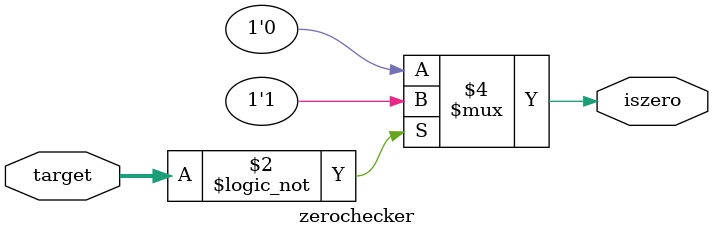
<source format=v>
module zerochecker( target, iszero );
  input [31:0] target;
  output iszero;
  reg iszero;
  
  always@( target )
  begin
    if( target == 32'b0 )
      iszero = 1'b1;
    else
      iszero = 1'b0;
  end
  
endmodule
</source>
